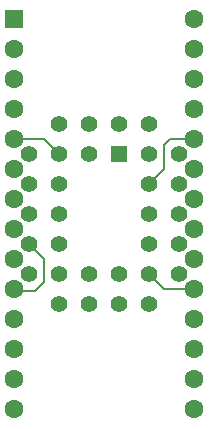
<source format=gbr>
%TF.GenerationSoftware,KiCad,Pcbnew,9.0.5*%
%TF.CreationDate,2025-10-26T17:33:29-05:00*%
%TF.ProjectId,28c256,32386332-3536-42e6-9b69-6361645f7063,rev?*%
%TF.SameCoordinates,Original*%
%TF.FileFunction,Copper,L2,Bot*%
%TF.FilePolarity,Positive*%
%FSLAX46Y46*%
G04 Gerber Fmt 4.6, Leading zero omitted, Abs format (unit mm)*
G04 Created by KiCad (PCBNEW 9.0.5) date 2025-10-26 17:33:29*
%MOMM*%
%LPD*%
G01*
G04 APERTURE LIST*
G04 Aperture macros list*
%AMRoundRect*
0 Rectangle with rounded corners*
0 $1 Rounding radius*
0 $2 $3 $4 $5 $6 $7 $8 $9 X,Y pos of 4 corners*
0 Add a 4 corners polygon primitive as box body*
4,1,4,$2,$3,$4,$5,$6,$7,$8,$9,$2,$3,0*
0 Add four circle primitives for the rounded corners*
1,1,$1+$1,$2,$3*
1,1,$1+$1,$4,$5*
1,1,$1+$1,$6,$7*
1,1,$1+$1,$8,$9*
0 Add four rect primitives between the rounded corners*
20,1,$1+$1,$2,$3,$4,$5,0*
20,1,$1+$1,$4,$5,$6,$7,0*
20,1,$1+$1,$6,$7,$8,$9,0*
20,1,$1+$1,$8,$9,$2,$3,0*%
G04 Aperture macros list end*
%TA.AperFunction,ComponentPad*%
%ADD10R,1.422400X1.422400*%
%TD*%
%TA.AperFunction,ComponentPad*%
%ADD11C,1.422400*%
%TD*%
%TA.AperFunction,ComponentPad*%
%ADD12RoundRect,0.250000X-0.550000X-0.550000X0.550000X-0.550000X0.550000X0.550000X-0.550000X0.550000X0*%
%TD*%
%TA.AperFunction,ComponentPad*%
%ADD13C,1.600000*%
%TD*%
%TA.AperFunction,Conductor*%
%ADD14C,0.200000*%
%TD*%
G04 APERTURE END LIST*
D10*
%TO.P,U2,1*%
%TO.N,N/C*%
X132556250Y-89058750D03*
D11*
%TO.P,U2,2,A14*%
%TO.N,A14*%
X130016250Y-86518750D03*
%TO.P,U2,3,A12*%
%TO.N,A12*%
X130016250Y-89058750D03*
%TO.P,U2,4,A7*%
%TO.N,A7*%
X127476250Y-86518750D03*
%TO.P,U2,5,A6*%
%TO.N,A6*%
X124936250Y-89058750D03*
%TO.P,U2,6,A5*%
%TO.N,A5*%
X127476250Y-89058750D03*
%TO.P,U2,7,A4*%
%TO.N,A4*%
X124936250Y-91598750D03*
%TO.P,U2,8,A3*%
%TO.N,A3*%
X127476250Y-91598750D03*
%TO.P,U2,9,A2*%
%TO.N,A2*%
X124936250Y-94138750D03*
%TO.P,U2,10,A1*%
%TO.N,A1*%
X127476250Y-94138750D03*
%TO.P,U2,11,A0*%
%TO.N,A0*%
X124936250Y-96678750D03*
%TO.P,U2,12*%
%TO.N,N/C*%
X127476250Y-96678750D03*
%TO.P,U2,13,D0*%
%TO.N,D0*%
X124936250Y-99218750D03*
%TO.P,U2,14,D1*%
%TO.N,D1*%
X127476250Y-101758750D03*
%TO.P,U2,15,D2*%
%TO.N,D2*%
X127476250Y-99218750D03*
%TO.P,U2,16,GND*%
%TO.N,GND*%
X130016250Y-101758750D03*
%TO.P,U2,17*%
%TO.N,N/C*%
X130016250Y-99218750D03*
%TO.P,U2,18,D3*%
%TO.N,D3*%
X132556250Y-101758750D03*
%TO.P,U2,19,D4*%
%TO.N,D4*%
X132556250Y-99218750D03*
%TO.P,U2,20,D5*%
%TO.N,D5*%
X135096250Y-101758750D03*
%TO.P,U2,21,D6*%
%TO.N,D6*%
X137636250Y-99218750D03*
%TO.P,U2,22,D7*%
%TO.N,D7*%
X135096250Y-99218750D03*
%TO.P,U2,23,~{CS}*%
%TO.N,CS*%
X137636250Y-96678750D03*
%TO.P,U2,24,A10*%
%TO.N,A10*%
X135096250Y-96678750D03*
%TO.P,U2,25,~{OE}*%
%TO.N,RD*%
X137636250Y-94138750D03*
%TO.P,U2,26*%
%TO.N,N/C*%
X135096250Y-94138750D03*
%TO.P,U2,27,A11*%
%TO.N,A11*%
X137636250Y-91598750D03*
%TO.P,U2,28,A9*%
%TO.N,A9*%
X135096250Y-91598750D03*
%TO.P,U2,29,A8*%
%TO.N,A8*%
X137636250Y-89058750D03*
%TO.P,U2,30,A13*%
%TO.N,A13*%
X135096250Y-86518750D03*
%TO.P,U2,31,~{WE}*%
%TO.N,WE*%
X135096250Y-89058750D03*
%TO.P,U2,32,VCC*%
%TO.N,VCC*%
X132556250Y-86518750D03*
%TD*%
D12*
%TO.P,U1,1,A14*%
%TO.N,A14*%
X123666250Y-77628750D03*
D13*
%TO.P,U1,2,A12*%
%TO.N,A12*%
X123666250Y-80168750D03*
%TO.P,U1,3,A7*%
%TO.N,A7*%
X123666250Y-82708750D03*
%TO.P,U1,4,A6*%
%TO.N,A6*%
X123666250Y-85248750D03*
%TO.P,U1,5,A5*%
%TO.N,A5*%
X123666250Y-87788750D03*
%TO.P,U1,6,A4*%
%TO.N,A4*%
X123666250Y-90328750D03*
%TO.P,U1,7,A3*%
%TO.N,A3*%
X123666250Y-92868750D03*
%TO.P,U1,8,A2*%
%TO.N,A2*%
X123666250Y-95408750D03*
%TO.P,U1,9,A1*%
%TO.N,A1*%
X123666250Y-97948750D03*
%TO.P,U1,10,A0*%
%TO.N,A0*%
X123666250Y-100488750D03*
%TO.P,U1,11,D0*%
%TO.N,D0*%
X123666250Y-103028750D03*
%TO.P,U1,12,D1*%
%TO.N,D1*%
X123666250Y-105568750D03*
%TO.P,U1,13,D2*%
%TO.N,D2*%
X123666250Y-108108750D03*
%TO.P,U1,14,GND*%
%TO.N,GND*%
X123666250Y-110648750D03*
%TO.P,U1,15,D3*%
%TO.N,D3*%
X138906250Y-110648750D03*
%TO.P,U1,16,D4*%
%TO.N,D4*%
X138906250Y-108108750D03*
%TO.P,U1,17,D5*%
%TO.N,D5*%
X138906250Y-105568750D03*
%TO.P,U1,18,D6*%
%TO.N,D6*%
X138906250Y-103028750D03*
%TO.P,U1,19,D7*%
%TO.N,D7*%
X138906250Y-100488750D03*
%TO.P,U1,20,~{CS}*%
%TO.N,CS*%
X138906250Y-97948750D03*
%TO.P,U1,21,A10*%
%TO.N,A10*%
X138906250Y-95408750D03*
%TO.P,U1,22,~{OE}*%
%TO.N,RD*%
X138906250Y-92868750D03*
%TO.P,U1,23,A11*%
%TO.N,A11*%
X138906250Y-90328750D03*
%TO.P,U1,24,A9*%
%TO.N,A9*%
X138906250Y-87788750D03*
%TO.P,U1,25,A8*%
%TO.N,A8*%
X138906250Y-85248750D03*
%TO.P,U1,26,A13*%
%TO.N,A13*%
X138906250Y-82708750D03*
%TO.P,U1,27,~{WE}*%
%TO.N,WE*%
X138906250Y-80168750D03*
%TO.P,U1,28,VCC*%
%TO.N,VCC*%
X138906250Y-77628750D03*
%TD*%
D14*
%TO.N,A0*%
X123825000Y-100647500D02*
X123666250Y-100488750D01*
X125412500Y-100647500D02*
X123825000Y-100647500D01*
X126206250Y-99853750D02*
X125412500Y-100647500D01*
X126206250Y-97948750D02*
X126206250Y-99853750D01*
X124936250Y-96678750D02*
X126206250Y-97948750D01*
%TO.N,D7*%
X136366250Y-100488750D02*
X138906250Y-100488750D01*
X135096250Y-99218750D02*
X136366250Y-100488750D01*
%TO.N,A9*%
X136842500Y-87788750D02*
X138906250Y-87788750D01*
X136366250Y-88265000D02*
X136842500Y-87788750D01*
X136366250Y-90328750D02*
X136366250Y-88265000D01*
X135096250Y-91598750D02*
X136366250Y-90328750D01*
%TO.N,A5*%
X126206250Y-87788750D02*
X123666250Y-87788750D01*
X127476250Y-89058750D02*
X126206250Y-87788750D01*
%TD*%
M02*

</source>
